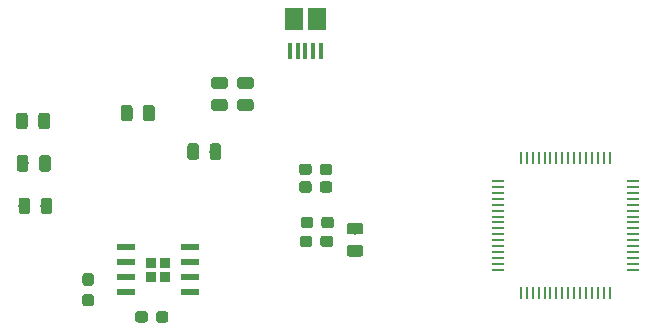
<source format=gbr>
G04 #@! TF.GenerationSoftware,KiCad,Pcbnew,(5.0.2)-1*
G04 #@! TF.CreationDate,2019-07-28T17:57:46-07:00*
G04 #@! TF.ProjectId,ODKB_Board,4f444b42-5f42-46f6-9172-642e6b696361,rev?*
G04 #@! TF.SameCoordinates,Original*
G04 #@! TF.FileFunction,Paste,Top*
G04 #@! TF.FilePolarity,Positive*
%FSLAX46Y46*%
G04 Gerber Fmt 4.6, Leading zero omitted, Abs format (unit mm)*
G04 Created by KiCad (PCBNEW (5.0.2)-1) date 7/28/2019 5:57:46 PM*
%MOMM*%
%LPD*%
G01*
G04 APERTURE LIST*
%ADD10R,0.250000X1.000000*%
%ADD11R,1.000000X0.250000*%
%ADD12C,0.100000*%
%ADD13C,0.975000*%
%ADD14C,0.950000*%
%ADD15R,1.500000X1.900000*%
%ADD16R,0.400000X1.350000*%
%ADD17R,0.950000X0.950000*%
%ADD18R,1.550000X0.600000*%
G04 APERTURE END LIST*
D10*
G04 #@! TO.C,U2*
X319250000Y-254550000D03*
X319750000Y-254550000D03*
X320250000Y-254550000D03*
X320750000Y-254550000D03*
X321250000Y-254550000D03*
X321750000Y-254550000D03*
X322250000Y-254550000D03*
X322750000Y-254550000D03*
X323250000Y-254550000D03*
X323750000Y-254550000D03*
X324250000Y-254550000D03*
X324750000Y-254550000D03*
X325250000Y-254550000D03*
X325750000Y-254550000D03*
X326250000Y-254550000D03*
X326750000Y-254550000D03*
D11*
X328700000Y-256500000D03*
X328700000Y-257000000D03*
X328700000Y-257500000D03*
X328700000Y-258000000D03*
X328700000Y-258500000D03*
X328700000Y-259000000D03*
X328700000Y-259500000D03*
X328700000Y-260000000D03*
X328700000Y-260500000D03*
X328700000Y-261000000D03*
X328700000Y-261500000D03*
X328700000Y-262000000D03*
X328700000Y-262500000D03*
X328700000Y-263000000D03*
X328700000Y-263500000D03*
X328700000Y-264000000D03*
D10*
X326750000Y-265950000D03*
X326250000Y-265950000D03*
X325750000Y-265950000D03*
X325250000Y-265950000D03*
X324750000Y-265950000D03*
X324250000Y-265950000D03*
X323750000Y-265950000D03*
X323250000Y-265950000D03*
X322750000Y-265950000D03*
X322250000Y-265950000D03*
X321750000Y-265950000D03*
X321250000Y-265950000D03*
X320750000Y-265950000D03*
X320250000Y-265950000D03*
X319750000Y-265950000D03*
X319250000Y-265950000D03*
D11*
X317300000Y-264000000D03*
X317300000Y-263500000D03*
X317300000Y-263000000D03*
X317300000Y-262500000D03*
X317300000Y-262000000D03*
X317300000Y-261500000D03*
X317300000Y-261000000D03*
X317300000Y-260500000D03*
X317300000Y-260000000D03*
X317300000Y-259500000D03*
X317300000Y-259000000D03*
X317300000Y-258500000D03*
X317300000Y-258000000D03*
X317300000Y-257500000D03*
X317300000Y-257000000D03*
X317300000Y-256500000D03*
G04 #@! TD*
D12*
G04 #@! TO.C,R2*
G36*
X291767642Y-253301174D02*
X291791303Y-253304684D01*
X291814507Y-253310496D01*
X291837029Y-253318554D01*
X291858653Y-253328782D01*
X291879170Y-253341079D01*
X291898383Y-253355329D01*
X291916107Y-253371393D01*
X291932171Y-253389117D01*
X291946421Y-253408330D01*
X291958718Y-253428847D01*
X291968946Y-253450471D01*
X291977004Y-253472993D01*
X291982816Y-253496197D01*
X291986326Y-253519858D01*
X291987500Y-253543750D01*
X291987500Y-254456250D01*
X291986326Y-254480142D01*
X291982816Y-254503803D01*
X291977004Y-254527007D01*
X291968946Y-254549529D01*
X291958718Y-254571153D01*
X291946421Y-254591670D01*
X291932171Y-254610883D01*
X291916107Y-254628607D01*
X291898383Y-254644671D01*
X291879170Y-254658921D01*
X291858653Y-254671218D01*
X291837029Y-254681446D01*
X291814507Y-254689504D01*
X291791303Y-254695316D01*
X291767642Y-254698826D01*
X291743750Y-254700000D01*
X291256250Y-254700000D01*
X291232358Y-254698826D01*
X291208697Y-254695316D01*
X291185493Y-254689504D01*
X291162971Y-254681446D01*
X291141347Y-254671218D01*
X291120830Y-254658921D01*
X291101617Y-254644671D01*
X291083893Y-254628607D01*
X291067829Y-254610883D01*
X291053579Y-254591670D01*
X291041282Y-254571153D01*
X291031054Y-254549529D01*
X291022996Y-254527007D01*
X291017184Y-254503803D01*
X291013674Y-254480142D01*
X291012500Y-254456250D01*
X291012500Y-253543750D01*
X291013674Y-253519858D01*
X291017184Y-253496197D01*
X291022996Y-253472993D01*
X291031054Y-253450471D01*
X291041282Y-253428847D01*
X291053579Y-253408330D01*
X291067829Y-253389117D01*
X291083893Y-253371393D01*
X291101617Y-253355329D01*
X291120830Y-253341079D01*
X291141347Y-253328782D01*
X291162971Y-253318554D01*
X291185493Y-253310496D01*
X291208697Y-253304684D01*
X291232358Y-253301174D01*
X291256250Y-253300000D01*
X291743750Y-253300000D01*
X291767642Y-253301174D01*
X291767642Y-253301174D01*
G37*
D13*
X291500000Y-254000000D03*
D12*
G36*
X293642642Y-253301174D02*
X293666303Y-253304684D01*
X293689507Y-253310496D01*
X293712029Y-253318554D01*
X293733653Y-253328782D01*
X293754170Y-253341079D01*
X293773383Y-253355329D01*
X293791107Y-253371393D01*
X293807171Y-253389117D01*
X293821421Y-253408330D01*
X293833718Y-253428847D01*
X293843946Y-253450471D01*
X293852004Y-253472993D01*
X293857816Y-253496197D01*
X293861326Y-253519858D01*
X293862500Y-253543750D01*
X293862500Y-254456250D01*
X293861326Y-254480142D01*
X293857816Y-254503803D01*
X293852004Y-254527007D01*
X293843946Y-254549529D01*
X293833718Y-254571153D01*
X293821421Y-254591670D01*
X293807171Y-254610883D01*
X293791107Y-254628607D01*
X293773383Y-254644671D01*
X293754170Y-254658921D01*
X293733653Y-254671218D01*
X293712029Y-254681446D01*
X293689507Y-254689504D01*
X293666303Y-254695316D01*
X293642642Y-254698826D01*
X293618750Y-254700000D01*
X293131250Y-254700000D01*
X293107358Y-254698826D01*
X293083697Y-254695316D01*
X293060493Y-254689504D01*
X293037971Y-254681446D01*
X293016347Y-254671218D01*
X292995830Y-254658921D01*
X292976617Y-254644671D01*
X292958893Y-254628607D01*
X292942829Y-254610883D01*
X292928579Y-254591670D01*
X292916282Y-254571153D01*
X292906054Y-254549529D01*
X292897996Y-254527007D01*
X292892184Y-254503803D01*
X292888674Y-254480142D01*
X292887500Y-254456250D01*
X292887500Y-253543750D01*
X292888674Y-253519858D01*
X292892184Y-253496197D01*
X292897996Y-253472993D01*
X292906054Y-253450471D01*
X292916282Y-253428847D01*
X292928579Y-253408330D01*
X292942829Y-253389117D01*
X292958893Y-253371393D01*
X292976617Y-253355329D01*
X292995830Y-253341079D01*
X293016347Y-253328782D01*
X293037971Y-253318554D01*
X293060493Y-253310496D01*
X293083697Y-253304684D01*
X293107358Y-253301174D01*
X293131250Y-253300000D01*
X293618750Y-253300000D01*
X293642642Y-253301174D01*
X293642642Y-253301174D01*
G37*
D13*
X293375000Y-254000000D03*
G04 #@! TD*
D12*
G04 #@! TO.C,C1*
G36*
X282860779Y-264301144D02*
X282883834Y-264304563D01*
X282906443Y-264310227D01*
X282928387Y-264318079D01*
X282949457Y-264328044D01*
X282969448Y-264340026D01*
X282988168Y-264353910D01*
X283005438Y-264369562D01*
X283021090Y-264386832D01*
X283034974Y-264405552D01*
X283046956Y-264425543D01*
X283056921Y-264446613D01*
X283064773Y-264468557D01*
X283070437Y-264491166D01*
X283073856Y-264514221D01*
X283075000Y-264537500D01*
X283075000Y-265112500D01*
X283073856Y-265135779D01*
X283070437Y-265158834D01*
X283064773Y-265181443D01*
X283056921Y-265203387D01*
X283046956Y-265224457D01*
X283034974Y-265244448D01*
X283021090Y-265263168D01*
X283005438Y-265280438D01*
X282988168Y-265296090D01*
X282969448Y-265309974D01*
X282949457Y-265321956D01*
X282928387Y-265331921D01*
X282906443Y-265339773D01*
X282883834Y-265345437D01*
X282860779Y-265348856D01*
X282837500Y-265350000D01*
X282362500Y-265350000D01*
X282339221Y-265348856D01*
X282316166Y-265345437D01*
X282293557Y-265339773D01*
X282271613Y-265331921D01*
X282250543Y-265321956D01*
X282230552Y-265309974D01*
X282211832Y-265296090D01*
X282194562Y-265280438D01*
X282178910Y-265263168D01*
X282165026Y-265244448D01*
X282153044Y-265224457D01*
X282143079Y-265203387D01*
X282135227Y-265181443D01*
X282129563Y-265158834D01*
X282126144Y-265135779D01*
X282125000Y-265112500D01*
X282125000Y-264537500D01*
X282126144Y-264514221D01*
X282129563Y-264491166D01*
X282135227Y-264468557D01*
X282143079Y-264446613D01*
X282153044Y-264425543D01*
X282165026Y-264405552D01*
X282178910Y-264386832D01*
X282194562Y-264369562D01*
X282211832Y-264353910D01*
X282230552Y-264340026D01*
X282250543Y-264328044D01*
X282271613Y-264318079D01*
X282293557Y-264310227D01*
X282316166Y-264304563D01*
X282339221Y-264301144D01*
X282362500Y-264300000D01*
X282837500Y-264300000D01*
X282860779Y-264301144D01*
X282860779Y-264301144D01*
G37*
D14*
X282600000Y-264825000D03*
D12*
G36*
X282860779Y-266051144D02*
X282883834Y-266054563D01*
X282906443Y-266060227D01*
X282928387Y-266068079D01*
X282949457Y-266078044D01*
X282969448Y-266090026D01*
X282988168Y-266103910D01*
X283005438Y-266119562D01*
X283021090Y-266136832D01*
X283034974Y-266155552D01*
X283046956Y-266175543D01*
X283056921Y-266196613D01*
X283064773Y-266218557D01*
X283070437Y-266241166D01*
X283073856Y-266264221D01*
X283075000Y-266287500D01*
X283075000Y-266862500D01*
X283073856Y-266885779D01*
X283070437Y-266908834D01*
X283064773Y-266931443D01*
X283056921Y-266953387D01*
X283046956Y-266974457D01*
X283034974Y-266994448D01*
X283021090Y-267013168D01*
X283005438Y-267030438D01*
X282988168Y-267046090D01*
X282969448Y-267059974D01*
X282949457Y-267071956D01*
X282928387Y-267081921D01*
X282906443Y-267089773D01*
X282883834Y-267095437D01*
X282860779Y-267098856D01*
X282837500Y-267100000D01*
X282362500Y-267100000D01*
X282339221Y-267098856D01*
X282316166Y-267095437D01*
X282293557Y-267089773D01*
X282271613Y-267081921D01*
X282250543Y-267071956D01*
X282230552Y-267059974D01*
X282211832Y-267046090D01*
X282194562Y-267030438D01*
X282178910Y-267013168D01*
X282165026Y-266994448D01*
X282153044Y-266974457D01*
X282143079Y-266953387D01*
X282135227Y-266931443D01*
X282129563Y-266908834D01*
X282126144Y-266885779D01*
X282125000Y-266862500D01*
X282125000Y-266287500D01*
X282126144Y-266264221D01*
X282129563Y-266241166D01*
X282135227Y-266218557D01*
X282143079Y-266196613D01*
X282153044Y-266175543D01*
X282165026Y-266155552D01*
X282178910Y-266136832D01*
X282194562Y-266119562D01*
X282211832Y-266103910D01*
X282230552Y-266090026D01*
X282250543Y-266078044D01*
X282271613Y-266068079D01*
X282293557Y-266060227D01*
X282316166Y-266054563D01*
X282339221Y-266051144D01*
X282362500Y-266050000D01*
X282837500Y-266050000D01*
X282860779Y-266051144D01*
X282860779Y-266051144D01*
G37*
D14*
X282600000Y-266575000D03*
G04 #@! TD*
D15*
G04 #@! TO.C,J2*
X302000000Y-242762500D03*
D16*
X301000000Y-245462500D03*
X300350000Y-245462500D03*
X299700000Y-245462500D03*
X302300000Y-245462500D03*
X301650000Y-245462500D03*
D15*
X300000000Y-242762500D03*
G04 #@! TD*
D17*
G04 #@! TO.C,U1*
X287912500Y-264587500D03*
X289087500Y-264587500D03*
X289087500Y-263412500D03*
X287912500Y-263412500D03*
D18*
X285800000Y-265905000D03*
X285800000Y-264635000D03*
X285800000Y-263365000D03*
X285800000Y-262095000D03*
X291200000Y-262095000D03*
X291200000Y-263365000D03*
X291200000Y-264635000D03*
X291200000Y-265905000D03*
G04 #@! TD*
D12*
G04 #@! TO.C,C2*
G36*
X301435779Y-259526144D02*
X301458834Y-259529563D01*
X301481443Y-259535227D01*
X301503387Y-259543079D01*
X301524457Y-259553044D01*
X301544448Y-259565026D01*
X301563168Y-259578910D01*
X301580438Y-259594562D01*
X301596090Y-259611832D01*
X301609974Y-259630552D01*
X301621956Y-259650543D01*
X301631921Y-259671613D01*
X301639773Y-259693557D01*
X301645437Y-259716166D01*
X301648856Y-259739221D01*
X301650000Y-259762500D01*
X301650000Y-260237500D01*
X301648856Y-260260779D01*
X301645437Y-260283834D01*
X301639773Y-260306443D01*
X301631921Y-260328387D01*
X301621956Y-260349457D01*
X301609974Y-260369448D01*
X301596090Y-260388168D01*
X301580438Y-260405438D01*
X301563168Y-260421090D01*
X301544448Y-260434974D01*
X301524457Y-260446956D01*
X301503387Y-260456921D01*
X301481443Y-260464773D01*
X301458834Y-260470437D01*
X301435779Y-260473856D01*
X301412500Y-260475000D01*
X300837500Y-260475000D01*
X300814221Y-260473856D01*
X300791166Y-260470437D01*
X300768557Y-260464773D01*
X300746613Y-260456921D01*
X300725543Y-260446956D01*
X300705552Y-260434974D01*
X300686832Y-260421090D01*
X300669562Y-260405438D01*
X300653910Y-260388168D01*
X300640026Y-260369448D01*
X300628044Y-260349457D01*
X300618079Y-260328387D01*
X300610227Y-260306443D01*
X300604563Y-260283834D01*
X300601144Y-260260779D01*
X300600000Y-260237500D01*
X300600000Y-259762500D01*
X300601144Y-259739221D01*
X300604563Y-259716166D01*
X300610227Y-259693557D01*
X300618079Y-259671613D01*
X300628044Y-259650543D01*
X300640026Y-259630552D01*
X300653910Y-259611832D01*
X300669562Y-259594562D01*
X300686832Y-259578910D01*
X300705552Y-259565026D01*
X300725543Y-259553044D01*
X300746613Y-259543079D01*
X300768557Y-259535227D01*
X300791166Y-259529563D01*
X300814221Y-259526144D01*
X300837500Y-259525000D01*
X301412500Y-259525000D01*
X301435779Y-259526144D01*
X301435779Y-259526144D01*
G37*
D14*
X301125000Y-260000000D03*
D12*
G36*
X303185779Y-259526144D02*
X303208834Y-259529563D01*
X303231443Y-259535227D01*
X303253387Y-259543079D01*
X303274457Y-259553044D01*
X303294448Y-259565026D01*
X303313168Y-259578910D01*
X303330438Y-259594562D01*
X303346090Y-259611832D01*
X303359974Y-259630552D01*
X303371956Y-259650543D01*
X303381921Y-259671613D01*
X303389773Y-259693557D01*
X303395437Y-259716166D01*
X303398856Y-259739221D01*
X303400000Y-259762500D01*
X303400000Y-260237500D01*
X303398856Y-260260779D01*
X303395437Y-260283834D01*
X303389773Y-260306443D01*
X303381921Y-260328387D01*
X303371956Y-260349457D01*
X303359974Y-260369448D01*
X303346090Y-260388168D01*
X303330438Y-260405438D01*
X303313168Y-260421090D01*
X303294448Y-260434974D01*
X303274457Y-260446956D01*
X303253387Y-260456921D01*
X303231443Y-260464773D01*
X303208834Y-260470437D01*
X303185779Y-260473856D01*
X303162500Y-260475000D01*
X302587500Y-260475000D01*
X302564221Y-260473856D01*
X302541166Y-260470437D01*
X302518557Y-260464773D01*
X302496613Y-260456921D01*
X302475543Y-260446956D01*
X302455552Y-260434974D01*
X302436832Y-260421090D01*
X302419562Y-260405438D01*
X302403910Y-260388168D01*
X302390026Y-260369448D01*
X302378044Y-260349457D01*
X302368079Y-260328387D01*
X302360227Y-260306443D01*
X302354563Y-260283834D01*
X302351144Y-260260779D01*
X302350000Y-260237500D01*
X302350000Y-259762500D01*
X302351144Y-259739221D01*
X302354563Y-259716166D01*
X302360227Y-259693557D01*
X302368079Y-259671613D01*
X302378044Y-259650543D01*
X302390026Y-259630552D01*
X302403910Y-259611832D01*
X302419562Y-259594562D01*
X302436832Y-259578910D01*
X302455552Y-259565026D01*
X302475543Y-259553044D01*
X302496613Y-259543079D01*
X302518557Y-259535227D01*
X302541166Y-259529563D01*
X302564221Y-259526144D01*
X302587500Y-259525000D01*
X303162500Y-259525000D01*
X303185779Y-259526144D01*
X303185779Y-259526144D01*
G37*
D14*
X302875000Y-260000000D03*
G04 #@! TD*
D12*
G04 #@! TO.C,C3*
G36*
X301360779Y-261126144D02*
X301383834Y-261129563D01*
X301406443Y-261135227D01*
X301428387Y-261143079D01*
X301449457Y-261153044D01*
X301469448Y-261165026D01*
X301488168Y-261178910D01*
X301505438Y-261194562D01*
X301521090Y-261211832D01*
X301534974Y-261230552D01*
X301546956Y-261250543D01*
X301556921Y-261271613D01*
X301564773Y-261293557D01*
X301570437Y-261316166D01*
X301573856Y-261339221D01*
X301575000Y-261362500D01*
X301575000Y-261837500D01*
X301573856Y-261860779D01*
X301570437Y-261883834D01*
X301564773Y-261906443D01*
X301556921Y-261928387D01*
X301546956Y-261949457D01*
X301534974Y-261969448D01*
X301521090Y-261988168D01*
X301505438Y-262005438D01*
X301488168Y-262021090D01*
X301469448Y-262034974D01*
X301449457Y-262046956D01*
X301428387Y-262056921D01*
X301406443Y-262064773D01*
X301383834Y-262070437D01*
X301360779Y-262073856D01*
X301337500Y-262075000D01*
X300762500Y-262075000D01*
X300739221Y-262073856D01*
X300716166Y-262070437D01*
X300693557Y-262064773D01*
X300671613Y-262056921D01*
X300650543Y-262046956D01*
X300630552Y-262034974D01*
X300611832Y-262021090D01*
X300594562Y-262005438D01*
X300578910Y-261988168D01*
X300565026Y-261969448D01*
X300553044Y-261949457D01*
X300543079Y-261928387D01*
X300535227Y-261906443D01*
X300529563Y-261883834D01*
X300526144Y-261860779D01*
X300525000Y-261837500D01*
X300525000Y-261362500D01*
X300526144Y-261339221D01*
X300529563Y-261316166D01*
X300535227Y-261293557D01*
X300543079Y-261271613D01*
X300553044Y-261250543D01*
X300565026Y-261230552D01*
X300578910Y-261211832D01*
X300594562Y-261194562D01*
X300611832Y-261178910D01*
X300630552Y-261165026D01*
X300650543Y-261153044D01*
X300671613Y-261143079D01*
X300693557Y-261135227D01*
X300716166Y-261129563D01*
X300739221Y-261126144D01*
X300762500Y-261125000D01*
X301337500Y-261125000D01*
X301360779Y-261126144D01*
X301360779Y-261126144D01*
G37*
D14*
X301050000Y-261600000D03*
D12*
G36*
X303110779Y-261126144D02*
X303133834Y-261129563D01*
X303156443Y-261135227D01*
X303178387Y-261143079D01*
X303199457Y-261153044D01*
X303219448Y-261165026D01*
X303238168Y-261178910D01*
X303255438Y-261194562D01*
X303271090Y-261211832D01*
X303284974Y-261230552D01*
X303296956Y-261250543D01*
X303306921Y-261271613D01*
X303314773Y-261293557D01*
X303320437Y-261316166D01*
X303323856Y-261339221D01*
X303325000Y-261362500D01*
X303325000Y-261837500D01*
X303323856Y-261860779D01*
X303320437Y-261883834D01*
X303314773Y-261906443D01*
X303306921Y-261928387D01*
X303296956Y-261949457D01*
X303284974Y-261969448D01*
X303271090Y-261988168D01*
X303255438Y-262005438D01*
X303238168Y-262021090D01*
X303219448Y-262034974D01*
X303199457Y-262046956D01*
X303178387Y-262056921D01*
X303156443Y-262064773D01*
X303133834Y-262070437D01*
X303110779Y-262073856D01*
X303087500Y-262075000D01*
X302512500Y-262075000D01*
X302489221Y-262073856D01*
X302466166Y-262070437D01*
X302443557Y-262064773D01*
X302421613Y-262056921D01*
X302400543Y-262046956D01*
X302380552Y-262034974D01*
X302361832Y-262021090D01*
X302344562Y-262005438D01*
X302328910Y-261988168D01*
X302315026Y-261969448D01*
X302303044Y-261949457D01*
X302293079Y-261928387D01*
X302285227Y-261906443D01*
X302279563Y-261883834D01*
X302276144Y-261860779D01*
X302275000Y-261837500D01*
X302275000Y-261362500D01*
X302276144Y-261339221D01*
X302279563Y-261316166D01*
X302285227Y-261293557D01*
X302293079Y-261271613D01*
X302303044Y-261250543D01*
X302315026Y-261230552D01*
X302328910Y-261211832D01*
X302344562Y-261194562D01*
X302361832Y-261178910D01*
X302380552Y-261165026D01*
X302400543Y-261153044D01*
X302421613Y-261143079D01*
X302443557Y-261135227D01*
X302466166Y-261129563D01*
X302489221Y-261126144D01*
X302512500Y-261125000D01*
X303087500Y-261125000D01*
X303110779Y-261126144D01*
X303110779Y-261126144D01*
G37*
D14*
X302800000Y-261600000D03*
G04 #@! TD*
D12*
G04 #@! TO.C,C4*
G36*
X289185779Y-267526144D02*
X289208834Y-267529563D01*
X289231443Y-267535227D01*
X289253387Y-267543079D01*
X289274457Y-267553044D01*
X289294448Y-267565026D01*
X289313168Y-267578910D01*
X289330438Y-267594562D01*
X289346090Y-267611832D01*
X289359974Y-267630552D01*
X289371956Y-267650543D01*
X289381921Y-267671613D01*
X289389773Y-267693557D01*
X289395437Y-267716166D01*
X289398856Y-267739221D01*
X289400000Y-267762500D01*
X289400000Y-268237500D01*
X289398856Y-268260779D01*
X289395437Y-268283834D01*
X289389773Y-268306443D01*
X289381921Y-268328387D01*
X289371956Y-268349457D01*
X289359974Y-268369448D01*
X289346090Y-268388168D01*
X289330438Y-268405438D01*
X289313168Y-268421090D01*
X289294448Y-268434974D01*
X289274457Y-268446956D01*
X289253387Y-268456921D01*
X289231443Y-268464773D01*
X289208834Y-268470437D01*
X289185779Y-268473856D01*
X289162500Y-268475000D01*
X288587500Y-268475000D01*
X288564221Y-268473856D01*
X288541166Y-268470437D01*
X288518557Y-268464773D01*
X288496613Y-268456921D01*
X288475543Y-268446956D01*
X288455552Y-268434974D01*
X288436832Y-268421090D01*
X288419562Y-268405438D01*
X288403910Y-268388168D01*
X288390026Y-268369448D01*
X288378044Y-268349457D01*
X288368079Y-268328387D01*
X288360227Y-268306443D01*
X288354563Y-268283834D01*
X288351144Y-268260779D01*
X288350000Y-268237500D01*
X288350000Y-267762500D01*
X288351144Y-267739221D01*
X288354563Y-267716166D01*
X288360227Y-267693557D01*
X288368079Y-267671613D01*
X288378044Y-267650543D01*
X288390026Y-267630552D01*
X288403910Y-267611832D01*
X288419562Y-267594562D01*
X288436832Y-267578910D01*
X288455552Y-267565026D01*
X288475543Y-267553044D01*
X288496613Y-267543079D01*
X288518557Y-267535227D01*
X288541166Y-267529563D01*
X288564221Y-267526144D01*
X288587500Y-267525000D01*
X289162500Y-267525000D01*
X289185779Y-267526144D01*
X289185779Y-267526144D01*
G37*
D14*
X288875000Y-268000000D03*
D12*
G36*
X287435779Y-267526144D02*
X287458834Y-267529563D01*
X287481443Y-267535227D01*
X287503387Y-267543079D01*
X287524457Y-267553044D01*
X287544448Y-267565026D01*
X287563168Y-267578910D01*
X287580438Y-267594562D01*
X287596090Y-267611832D01*
X287609974Y-267630552D01*
X287621956Y-267650543D01*
X287631921Y-267671613D01*
X287639773Y-267693557D01*
X287645437Y-267716166D01*
X287648856Y-267739221D01*
X287650000Y-267762500D01*
X287650000Y-268237500D01*
X287648856Y-268260779D01*
X287645437Y-268283834D01*
X287639773Y-268306443D01*
X287631921Y-268328387D01*
X287621956Y-268349457D01*
X287609974Y-268369448D01*
X287596090Y-268388168D01*
X287580438Y-268405438D01*
X287563168Y-268421090D01*
X287544448Y-268434974D01*
X287524457Y-268446956D01*
X287503387Y-268456921D01*
X287481443Y-268464773D01*
X287458834Y-268470437D01*
X287435779Y-268473856D01*
X287412500Y-268475000D01*
X286837500Y-268475000D01*
X286814221Y-268473856D01*
X286791166Y-268470437D01*
X286768557Y-268464773D01*
X286746613Y-268456921D01*
X286725543Y-268446956D01*
X286705552Y-268434974D01*
X286686832Y-268421090D01*
X286669562Y-268405438D01*
X286653910Y-268388168D01*
X286640026Y-268369448D01*
X286628044Y-268349457D01*
X286618079Y-268328387D01*
X286610227Y-268306443D01*
X286604563Y-268283834D01*
X286601144Y-268260779D01*
X286600000Y-268237500D01*
X286600000Y-267762500D01*
X286601144Y-267739221D01*
X286604563Y-267716166D01*
X286610227Y-267693557D01*
X286618079Y-267671613D01*
X286628044Y-267650543D01*
X286640026Y-267630552D01*
X286653910Y-267611832D01*
X286669562Y-267594562D01*
X286686832Y-267578910D01*
X286705552Y-267565026D01*
X286725543Y-267553044D01*
X286746613Y-267543079D01*
X286768557Y-267535227D01*
X286791166Y-267529563D01*
X286814221Y-267526144D01*
X286837500Y-267525000D01*
X287412500Y-267525000D01*
X287435779Y-267526144D01*
X287435779Y-267526144D01*
G37*
D14*
X287125000Y-268000000D03*
G04 #@! TD*
D12*
G04 #@! TO.C,C5*
G36*
X301310779Y-255026144D02*
X301333834Y-255029563D01*
X301356443Y-255035227D01*
X301378387Y-255043079D01*
X301399457Y-255053044D01*
X301419448Y-255065026D01*
X301438168Y-255078910D01*
X301455438Y-255094562D01*
X301471090Y-255111832D01*
X301484974Y-255130552D01*
X301496956Y-255150543D01*
X301506921Y-255171613D01*
X301514773Y-255193557D01*
X301520437Y-255216166D01*
X301523856Y-255239221D01*
X301525000Y-255262500D01*
X301525000Y-255737500D01*
X301523856Y-255760779D01*
X301520437Y-255783834D01*
X301514773Y-255806443D01*
X301506921Y-255828387D01*
X301496956Y-255849457D01*
X301484974Y-255869448D01*
X301471090Y-255888168D01*
X301455438Y-255905438D01*
X301438168Y-255921090D01*
X301419448Y-255934974D01*
X301399457Y-255946956D01*
X301378387Y-255956921D01*
X301356443Y-255964773D01*
X301333834Y-255970437D01*
X301310779Y-255973856D01*
X301287500Y-255975000D01*
X300712500Y-255975000D01*
X300689221Y-255973856D01*
X300666166Y-255970437D01*
X300643557Y-255964773D01*
X300621613Y-255956921D01*
X300600543Y-255946956D01*
X300580552Y-255934974D01*
X300561832Y-255921090D01*
X300544562Y-255905438D01*
X300528910Y-255888168D01*
X300515026Y-255869448D01*
X300503044Y-255849457D01*
X300493079Y-255828387D01*
X300485227Y-255806443D01*
X300479563Y-255783834D01*
X300476144Y-255760779D01*
X300475000Y-255737500D01*
X300475000Y-255262500D01*
X300476144Y-255239221D01*
X300479563Y-255216166D01*
X300485227Y-255193557D01*
X300493079Y-255171613D01*
X300503044Y-255150543D01*
X300515026Y-255130552D01*
X300528910Y-255111832D01*
X300544562Y-255094562D01*
X300561832Y-255078910D01*
X300580552Y-255065026D01*
X300600543Y-255053044D01*
X300621613Y-255043079D01*
X300643557Y-255035227D01*
X300666166Y-255029563D01*
X300689221Y-255026144D01*
X300712500Y-255025000D01*
X301287500Y-255025000D01*
X301310779Y-255026144D01*
X301310779Y-255026144D01*
G37*
D14*
X301000000Y-255500000D03*
D12*
G36*
X303060779Y-255026144D02*
X303083834Y-255029563D01*
X303106443Y-255035227D01*
X303128387Y-255043079D01*
X303149457Y-255053044D01*
X303169448Y-255065026D01*
X303188168Y-255078910D01*
X303205438Y-255094562D01*
X303221090Y-255111832D01*
X303234974Y-255130552D01*
X303246956Y-255150543D01*
X303256921Y-255171613D01*
X303264773Y-255193557D01*
X303270437Y-255216166D01*
X303273856Y-255239221D01*
X303275000Y-255262500D01*
X303275000Y-255737500D01*
X303273856Y-255760779D01*
X303270437Y-255783834D01*
X303264773Y-255806443D01*
X303256921Y-255828387D01*
X303246956Y-255849457D01*
X303234974Y-255869448D01*
X303221090Y-255888168D01*
X303205438Y-255905438D01*
X303188168Y-255921090D01*
X303169448Y-255934974D01*
X303149457Y-255946956D01*
X303128387Y-255956921D01*
X303106443Y-255964773D01*
X303083834Y-255970437D01*
X303060779Y-255973856D01*
X303037500Y-255975000D01*
X302462500Y-255975000D01*
X302439221Y-255973856D01*
X302416166Y-255970437D01*
X302393557Y-255964773D01*
X302371613Y-255956921D01*
X302350543Y-255946956D01*
X302330552Y-255934974D01*
X302311832Y-255921090D01*
X302294562Y-255905438D01*
X302278910Y-255888168D01*
X302265026Y-255869448D01*
X302253044Y-255849457D01*
X302243079Y-255828387D01*
X302235227Y-255806443D01*
X302229563Y-255783834D01*
X302226144Y-255760779D01*
X302225000Y-255737500D01*
X302225000Y-255262500D01*
X302226144Y-255239221D01*
X302229563Y-255216166D01*
X302235227Y-255193557D01*
X302243079Y-255171613D01*
X302253044Y-255150543D01*
X302265026Y-255130552D01*
X302278910Y-255111832D01*
X302294562Y-255094562D01*
X302311832Y-255078910D01*
X302330552Y-255065026D01*
X302350543Y-255053044D01*
X302371613Y-255043079D01*
X302393557Y-255035227D01*
X302416166Y-255029563D01*
X302439221Y-255026144D01*
X302462500Y-255025000D01*
X303037500Y-255025000D01*
X303060779Y-255026144D01*
X303060779Y-255026144D01*
G37*
D14*
X302750000Y-255500000D03*
G04 #@! TD*
D12*
G04 #@! TO.C,C6*
G36*
X301310779Y-256526144D02*
X301333834Y-256529563D01*
X301356443Y-256535227D01*
X301378387Y-256543079D01*
X301399457Y-256553044D01*
X301419448Y-256565026D01*
X301438168Y-256578910D01*
X301455438Y-256594562D01*
X301471090Y-256611832D01*
X301484974Y-256630552D01*
X301496956Y-256650543D01*
X301506921Y-256671613D01*
X301514773Y-256693557D01*
X301520437Y-256716166D01*
X301523856Y-256739221D01*
X301525000Y-256762500D01*
X301525000Y-257237500D01*
X301523856Y-257260779D01*
X301520437Y-257283834D01*
X301514773Y-257306443D01*
X301506921Y-257328387D01*
X301496956Y-257349457D01*
X301484974Y-257369448D01*
X301471090Y-257388168D01*
X301455438Y-257405438D01*
X301438168Y-257421090D01*
X301419448Y-257434974D01*
X301399457Y-257446956D01*
X301378387Y-257456921D01*
X301356443Y-257464773D01*
X301333834Y-257470437D01*
X301310779Y-257473856D01*
X301287500Y-257475000D01*
X300712500Y-257475000D01*
X300689221Y-257473856D01*
X300666166Y-257470437D01*
X300643557Y-257464773D01*
X300621613Y-257456921D01*
X300600543Y-257446956D01*
X300580552Y-257434974D01*
X300561832Y-257421090D01*
X300544562Y-257405438D01*
X300528910Y-257388168D01*
X300515026Y-257369448D01*
X300503044Y-257349457D01*
X300493079Y-257328387D01*
X300485227Y-257306443D01*
X300479563Y-257283834D01*
X300476144Y-257260779D01*
X300475000Y-257237500D01*
X300475000Y-256762500D01*
X300476144Y-256739221D01*
X300479563Y-256716166D01*
X300485227Y-256693557D01*
X300493079Y-256671613D01*
X300503044Y-256650543D01*
X300515026Y-256630552D01*
X300528910Y-256611832D01*
X300544562Y-256594562D01*
X300561832Y-256578910D01*
X300580552Y-256565026D01*
X300600543Y-256553044D01*
X300621613Y-256543079D01*
X300643557Y-256535227D01*
X300666166Y-256529563D01*
X300689221Y-256526144D01*
X300712500Y-256525000D01*
X301287500Y-256525000D01*
X301310779Y-256526144D01*
X301310779Y-256526144D01*
G37*
D14*
X301000000Y-257000000D03*
D12*
G36*
X303060779Y-256526144D02*
X303083834Y-256529563D01*
X303106443Y-256535227D01*
X303128387Y-256543079D01*
X303149457Y-256553044D01*
X303169448Y-256565026D01*
X303188168Y-256578910D01*
X303205438Y-256594562D01*
X303221090Y-256611832D01*
X303234974Y-256630552D01*
X303246956Y-256650543D01*
X303256921Y-256671613D01*
X303264773Y-256693557D01*
X303270437Y-256716166D01*
X303273856Y-256739221D01*
X303275000Y-256762500D01*
X303275000Y-257237500D01*
X303273856Y-257260779D01*
X303270437Y-257283834D01*
X303264773Y-257306443D01*
X303256921Y-257328387D01*
X303246956Y-257349457D01*
X303234974Y-257369448D01*
X303221090Y-257388168D01*
X303205438Y-257405438D01*
X303188168Y-257421090D01*
X303169448Y-257434974D01*
X303149457Y-257446956D01*
X303128387Y-257456921D01*
X303106443Y-257464773D01*
X303083834Y-257470437D01*
X303060779Y-257473856D01*
X303037500Y-257475000D01*
X302462500Y-257475000D01*
X302439221Y-257473856D01*
X302416166Y-257470437D01*
X302393557Y-257464773D01*
X302371613Y-257456921D01*
X302350543Y-257446956D01*
X302330552Y-257434974D01*
X302311832Y-257421090D01*
X302294562Y-257405438D01*
X302278910Y-257388168D01*
X302265026Y-257369448D01*
X302253044Y-257349457D01*
X302243079Y-257328387D01*
X302235227Y-257306443D01*
X302229563Y-257283834D01*
X302226144Y-257260779D01*
X302225000Y-257237500D01*
X302225000Y-256762500D01*
X302226144Y-256739221D01*
X302229563Y-256716166D01*
X302235227Y-256693557D01*
X302243079Y-256671613D01*
X302253044Y-256650543D01*
X302265026Y-256630552D01*
X302278910Y-256611832D01*
X302294562Y-256594562D01*
X302311832Y-256578910D01*
X302330552Y-256565026D01*
X302350543Y-256553044D01*
X302371613Y-256543079D01*
X302393557Y-256535227D01*
X302416166Y-256529563D01*
X302439221Y-256526144D01*
X302462500Y-256525000D01*
X303037500Y-256525000D01*
X303060779Y-256526144D01*
X303060779Y-256526144D01*
G37*
D14*
X302750000Y-257000000D03*
G04 #@! TD*
D12*
G04 #@! TO.C,R1*
G36*
X305680142Y-261913674D02*
X305703803Y-261917184D01*
X305727007Y-261922996D01*
X305749529Y-261931054D01*
X305771153Y-261941282D01*
X305791670Y-261953579D01*
X305810883Y-261967829D01*
X305828607Y-261983893D01*
X305844671Y-262001617D01*
X305858921Y-262020830D01*
X305871218Y-262041347D01*
X305881446Y-262062971D01*
X305889504Y-262085493D01*
X305895316Y-262108697D01*
X305898826Y-262132358D01*
X305900000Y-262156250D01*
X305900000Y-262643750D01*
X305898826Y-262667642D01*
X305895316Y-262691303D01*
X305889504Y-262714507D01*
X305881446Y-262737029D01*
X305871218Y-262758653D01*
X305858921Y-262779170D01*
X305844671Y-262798383D01*
X305828607Y-262816107D01*
X305810883Y-262832171D01*
X305791670Y-262846421D01*
X305771153Y-262858718D01*
X305749529Y-262868946D01*
X305727007Y-262877004D01*
X305703803Y-262882816D01*
X305680142Y-262886326D01*
X305656250Y-262887500D01*
X304743750Y-262887500D01*
X304719858Y-262886326D01*
X304696197Y-262882816D01*
X304672993Y-262877004D01*
X304650471Y-262868946D01*
X304628847Y-262858718D01*
X304608330Y-262846421D01*
X304589117Y-262832171D01*
X304571393Y-262816107D01*
X304555329Y-262798383D01*
X304541079Y-262779170D01*
X304528782Y-262758653D01*
X304518554Y-262737029D01*
X304510496Y-262714507D01*
X304504684Y-262691303D01*
X304501174Y-262667642D01*
X304500000Y-262643750D01*
X304500000Y-262156250D01*
X304501174Y-262132358D01*
X304504684Y-262108697D01*
X304510496Y-262085493D01*
X304518554Y-262062971D01*
X304528782Y-262041347D01*
X304541079Y-262020830D01*
X304555329Y-262001617D01*
X304571393Y-261983893D01*
X304589117Y-261967829D01*
X304608330Y-261953579D01*
X304628847Y-261941282D01*
X304650471Y-261931054D01*
X304672993Y-261922996D01*
X304696197Y-261917184D01*
X304719858Y-261913674D01*
X304743750Y-261912500D01*
X305656250Y-261912500D01*
X305680142Y-261913674D01*
X305680142Y-261913674D01*
G37*
D13*
X305200000Y-262400000D03*
D12*
G36*
X305680142Y-260038674D02*
X305703803Y-260042184D01*
X305727007Y-260047996D01*
X305749529Y-260056054D01*
X305771153Y-260066282D01*
X305791670Y-260078579D01*
X305810883Y-260092829D01*
X305828607Y-260108893D01*
X305844671Y-260126617D01*
X305858921Y-260145830D01*
X305871218Y-260166347D01*
X305881446Y-260187971D01*
X305889504Y-260210493D01*
X305895316Y-260233697D01*
X305898826Y-260257358D01*
X305900000Y-260281250D01*
X305900000Y-260768750D01*
X305898826Y-260792642D01*
X305895316Y-260816303D01*
X305889504Y-260839507D01*
X305881446Y-260862029D01*
X305871218Y-260883653D01*
X305858921Y-260904170D01*
X305844671Y-260923383D01*
X305828607Y-260941107D01*
X305810883Y-260957171D01*
X305791670Y-260971421D01*
X305771153Y-260983718D01*
X305749529Y-260993946D01*
X305727007Y-261002004D01*
X305703803Y-261007816D01*
X305680142Y-261011326D01*
X305656250Y-261012500D01*
X304743750Y-261012500D01*
X304719858Y-261011326D01*
X304696197Y-261007816D01*
X304672993Y-261002004D01*
X304650471Y-260993946D01*
X304628847Y-260983718D01*
X304608330Y-260971421D01*
X304589117Y-260957171D01*
X304571393Y-260941107D01*
X304555329Y-260923383D01*
X304541079Y-260904170D01*
X304528782Y-260883653D01*
X304518554Y-260862029D01*
X304510496Y-260839507D01*
X304504684Y-260816303D01*
X304501174Y-260792642D01*
X304500000Y-260768750D01*
X304500000Y-260281250D01*
X304501174Y-260257358D01*
X304504684Y-260233697D01*
X304510496Y-260210493D01*
X304518554Y-260187971D01*
X304528782Y-260166347D01*
X304541079Y-260145830D01*
X304555329Y-260126617D01*
X304571393Y-260108893D01*
X304589117Y-260092829D01*
X304608330Y-260078579D01*
X304628847Y-260066282D01*
X304650471Y-260056054D01*
X304672993Y-260047996D01*
X304696197Y-260042184D01*
X304719858Y-260038674D01*
X304743750Y-260037500D01*
X305656250Y-260037500D01*
X305680142Y-260038674D01*
X305680142Y-260038674D01*
G37*
D13*
X305200000Y-260525000D03*
G04 #@! TD*
D12*
G04 #@! TO.C,R3*
G36*
X286142642Y-250051174D02*
X286166303Y-250054684D01*
X286189507Y-250060496D01*
X286212029Y-250068554D01*
X286233653Y-250078782D01*
X286254170Y-250091079D01*
X286273383Y-250105329D01*
X286291107Y-250121393D01*
X286307171Y-250139117D01*
X286321421Y-250158330D01*
X286333718Y-250178847D01*
X286343946Y-250200471D01*
X286352004Y-250222993D01*
X286357816Y-250246197D01*
X286361326Y-250269858D01*
X286362500Y-250293750D01*
X286362500Y-251206250D01*
X286361326Y-251230142D01*
X286357816Y-251253803D01*
X286352004Y-251277007D01*
X286343946Y-251299529D01*
X286333718Y-251321153D01*
X286321421Y-251341670D01*
X286307171Y-251360883D01*
X286291107Y-251378607D01*
X286273383Y-251394671D01*
X286254170Y-251408921D01*
X286233653Y-251421218D01*
X286212029Y-251431446D01*
X286189507Y-251439504D01*
X286166303Y-251445316D01*
X286142642Y-251448826D01*
X286118750Y-251450000D01*
X285631250Y-251450000D01*
X285607358Y-251448826D01*
X285583697Y-251445316D01*
X285560493Y-251439504D01*
X285537971Y-251431446D01*
X285516347Y-251421218D01*
X285495830Y-251408921D01*
X285476617Y-251394671D01*
X285458893Y-251378607D01*
X285442829Y-251360883D01*
X285428579Y-251341670D01*
X285416282Y-251321153D01*
X285406054Y-251299529D01*
X285397996Y-251277007D01*
X285392184Y-251253803D01*
X285388674Y-251230142D01*
X285387500Y-251206250D01*
X285387500Y-250293750D01*
X285388674Y-250269858D01*
X285392184Y-250246197D01*
X285397996Y-250222993D01*
X285406054Y-250200471D01*
X285416282Y-250178847D01*
X285428579Y-250158330D01*
X285442829Y-250139117D01*
X285458893Y-250121393D01*
X285476617Y-250105329D01*
X285495830Y-250091079D01*
X285516347Y-250078782D01*
X285537971Y-250068554D01*
X285560493Y-250060496D01*
X285583697Y-250054684D01*
X285607358Y-250051174D01*
X285631250Y-250050000D01*
X286118750Y-250050000D01*
X286142642Y-250051174D01*
X286142642Y-250051174D01*
G37*
D13*
X285875000Y-250750000D03*
D12*
G36*
X288017642Y-250051174D02*
X288041303Y-250054684D01*
X288064507Y-250060496D01*
X288087029Y-250068554D01*
X288108653Y-250078782D01*
X288129170Y-250091079D01*
X288148383Y-250105329D01*
X288166107Y-250121393D01*
X288182171Y-250139117D01*
X288196421Y-250158330D01*
X288208718Y-250178847D01*
X288218946Y-250200471D01*
X288227004Y-250222993D01*
X288232816Y-250246197D01*
X288236326Y-250269858D01*
X288237500Y-250293750D01*
X288237500Y-251206250D01*
X288236326Y-251230142D01*
X288232816Y-251253803D01*
X288227004Y-251277007D01*
X288218946Y-251299529D01*
X288208718Y-251321153D01*
X288196421Y-251341670D01*
X288182171Y-251360883D01*
X288166107Y-251378607D01*
X288148383Y-251394671D01*
X288129170Y-251408921D01*
X288108653Y-251421218D01*
X288087029Y-251431446D01*
X288064507Y-251439504D01*
X288041303Y-251445316D01*
X288017642Y-251448826D01*
X287993750Y-251450000D01*
X287506250Y-251450000D01*
X287482358Y-251448826D01*
X287458697Y-251445316D01*
X287435493Y-251439504D01*
X287412971Y-251431446D01*
X287391347Y-251421218D01*
X287370830Y-251408921D01*
X287351617Y-251394671D01*
X287333893Y-251378607D01*
X287317829Y-251360883D01*
X287303579Y-251341670D01*
X287291282Y-251321153D01*
X287281054Y-251299529D01*
X287272996Y-251277007D01*
X287267184Y-251253803D01*
X287263674Y-251230142D01*
X287262500Y-251206250D01*
X287262500Y-250293750D01*
X287263674Y-250269858D01*
X287267184Y-250246197D01*
X287272996Y-250222993D01*
X287281054Y-250200471D01*
X287291282Y-250178847D01*
X287303579Y-250158330D01*
X287317829Y-250139117D01*
X287333893Y-250121393D01*
X287351617Y-250105329D01*
X287370830Y-250091079D01*
X287391347Y-250078782D01*
X287412971Y-250068554D01*
X287435493Y-250060496D01*
X287458697Y-250054684D01*
X287482358Y-250051174D01*
X287506250Y-250050000D01*
X287993750Y-250050000D01*
X288017642Y-250051174D01*
X288017642Y-250051174D01*
G37*
D13*
X287750000Y-250750000D03*
G04 #@! TD*
D12*
G04 #@! TO.C,R10*
G36*
X294194144Y-249570464D02*
X294217805Y-249573974D01*
X294241009Y-249579786D01*
X294263531Y-249587844D01*
X294285155Y-249598072D01*
X294305672Y-249610369D01*
X294324885Y-249624619D01*
X294342609Y-249640683D01*
X294358673Y-249658407D01*
X294372923Y-249677620D01*
X294385220Y-249698137D01*
X294395448Y-249719761D01*
X294403506Y-249742283D01*
X294409318Y-249765487D01*
X294412828Y-249789148D01*
X294414002Y-249813040D01*
X294414002Y-250300540D01*
X294412828Y-250324432D01*
X294409318Y-250348093D01*
X294403506Y-250371297D01*
X294395448Y-250393819D01*
X294385220Y-250415443D01*
X294372923Y-250435960D01*
X294358673Y-250455173D01*
X294342609Y-250472897D01*
X294324885Y-250488961D01*
X294305672Y-250503211D01*
X294285155Y-250515508D01*
X294263531Y-250525736D01*
X294241009Y-250533794D01*
X294217805Y-250539606D01*
X294194144Y-250543116D01*
X294170252Y-250544290D01*
X293257752Y-250544290D01*
X293233860Y-250543116D01*
X293210199Y-250539606D01*
X293186995Y-250533794D01*
X293164473Y-250525736D01*
X293142849Y-250515508D01*
X293122332Y-250503211D01*
X293103119Y-250488961D01*
X293085395Y-250472897D01*
X293069331Y-250455173D01*
X293055081Y-250435960D01*
X293042784Y-250415443D01*
X293032556Y-250393819D01*
X293024498Y-250371297D01*
X293018686Y-250348093D01*
X293015176Y-250324432D01*
X293014002Y-250300540D01*
X293014002Y-249813040D01*
X293015176Y-249789148D01*
X293018686Y-249765487D01*
X293024498Y-249742283D01*
X293032556Y-249719761D01*
X293042784Y-249698137D01*
X293055081Y-249677620D01*
X293069331Y-249658407D01*
X293085395Y-249640683D01*
X293103119Y-249624619D01*
X293122332Y-249610369D01*
X293142849Y-249598072D01*
X293164473Y-249587844D01*
X293186995Y-249579786D01*
X293210199Y-249573974D01*
X293233860Y-249570464D01*
X293257752Y-249569290D01*
X294170252Y-249569290D01*
X294194144Y-249570464D01*
X294194144Y-249570464D01*
G37*
D13*
X293714002Y-250056790D03*
D12*
G36*
X294194144Y-247695464D02*
X294217805Y-247698974D01*
X294241009Y-247704786D01*
X294263531Y-247712844D01*
X294285155Y-247723072D01*
X294305672Y-247735369D01*
X294324885Y-247749619D01*
X294342609Y-247765683D01*
X294358673Y-247783407D01*
X294372923Y-247802620D01*
X294385220Y-247823137D01*
X294395448Y-247844761D01*
X294403506Y-247867283D01*
X294409318Y-247890487D01*
X294412828Y-247914148D01*
X294414002Y-247938040D01*
X294414002Y-248425540D01*
X294412828Y-248449432D01*
X294409318Y-248473093D01*
X294403506Y-248496297D01*
X294395448Y-248518819D01*
X294385220Y-248540443D01*
X294372923Y-248560960D01*
X294358673Y-248580173D01*
X294342609Y-248597897D01*
X294324885Y-248613961D01*
X294305672Y-248628211D01*
X294285155Y-248640508D01*
X294263531Y-248650736D01*
X294241009Y-248658794D01*
X294217805Y-248664606D01*
X294194144Y-248668116D01*
X294170252Y-248669290D01*
X293257752Y-248669290D01*
X293233860Y-248668116D01*
X293210199Y-248664606D01*
X293186995Y-248658794D01*
X293164473Y-248650736D01*
X293142849Y-248640508D01*
X293122332Y-248628211D01*
X293103119Y-248613961D01*
X293085395Y-248597897D01*
X293069331Y-248580173D01*
X293055081Y-248560960D01*
X293042784Y-248540443D01*
X293032556Y-248518819D01*
X293024498Y-248496297D01*
X293018686Y-248473093D01*
X293015176Y-248449432D01*
X293014002Y-248425540D01*
X293014002Y-247938040D01*
X293015176Y-247914148D01*
X293018686Y-247890487D01*
X293024498Y-247867283D01*
X293032556Y-247844761D01*
X293042784Y-247823137D01*
X293055081Y-247802620D01*
X293069331Y-247783407D01*
X293085395Y-247765683D01*
X293103119Y-247749619D01*
X293122332Y-247735369D01*
X293142849Y-247723072D01*
X293164473Y-247712844D01*
X293186995Y-247704786D01*
X293210199Y-247698974D01*
X293233860Y-247695464D01*
X293257752Y-247694290D01*
X294170252Y-247694290D01*
X294194144Y-247695464D01*
X294194144Y-247695464D01*
G37*
D13*
X293714002Y-248181790D03*
G04 #@! TD*
D12*
G04 #@! TO.C,R11*
G36*
X296394144Y-247695464D02*
X296417805Y-247698974D01*
X296441009Y-247704786D01*
X296463531Y-247712844D01*
X296485155Y-247723072D01*
X296505672Y-247735369D01*
X296524885Y-247749619D01*
X296542609Y-247765683D01*
X296558673Y-247783407D01*
X296572923Y-247802620D01*
X296585220Y-247823137D01*
X296595448Y-247844761D01*
X296603506Y-247867283D01*
X296609318Y-247890487D01*
X296612828Y-247914148D01*
X296614002Y-247938040D01*
X296614002Y-248425540D01*
X296612828Y-248449432D01*
X296609318Y-248473093D01*
X296603506Y-248496297D01*
X296595448Y-248518819D01*
X296585220Y-248540443D01*
X296572923Y-248560960D01*
X296558673Y-248580173D01*
X296542609Y-248597897D01*
X296524885Y-248613961D01*
X296505672Y-248628211D01*
X296485155Y-248640508D01*
X296463531Y-248650736D01*
X296441009Y-248658794D01*
X296417805Y-248664606D01*
X296394144Y-248668116D01*
X296370252Y-248669290D01*
X295457752Y-248669290D01*
X295433860Y-248668116D01*
X295410199Y-248664606D01*
X295386995Y-248658794D01*
X295364473Y-248650736D01*
X295342849Y-248640508D01*
X295322332Y-248628211D01*
X295303119Y-248613961D01*
X295285395Y-248597897D01*
X295269331Y-248580173D01*
X295255081Y-248560960D01*
X295242784Y-248540443D01*
X295232556Y-248518819D01*
X295224498Y-248496297D01*
X295218686Y-248473093D01*
X295215176Y-248449432D01*
X295214002Y-248425540D01*
X295214002Y-247938040D01*
X295215176Y-247914148D01*
X295218686Y-247890487D01*
X295224498Y-247867283D01*
X295232556Y-247844761D01*
X295242784Y-247823137D01*
X295255081Y-247802620D01*
X295269331Y-247783407D01*
X295285395Y-247765683D01*
X295303119Y-247749619D01*
X295322332Y-247735369D01*
X295342849Y-247723072D01*
X295364473Y-247712844D01*
X295386995Y-247704786D01*
X295410199Y-247698974D01*
X295433860Y-247695464D01*
X295457752Y-247694290D01*
X296370252Y-247694290D01*
X296394144Y-247695464D01*
X296394144Y-247695464D01*
G37*
D13*
X295914002Y-248181790D03*
D12*
G36*
X296394144Y-249570464D02*
X296417805Y-249573974D01*
X296441009Y-249579786D01*
X296463531Y-249587844D01*
X296485155Y-249598072D01*
X296505672Y-249610369D01*
X296524885Y-249624619D01*
X296542609Y-249640683D01*
X296558673Y-249658407D01*
X296572923Y-249677620D01*
X296585220Y-249698137D01*
X296595448Y-249719761D01*
X296603506Y-249742283D01*
X296609318Y-249765487D01*
X296612828Y-249789148D01*
X296614002Y-249813040D01*
X296614002Y-250300540D01*
X296612828Y-250324432D01*
X296609318Y-250348093D01*
X296603506Y-250371297D01*
X296595448Y-250393819D01*
X296585220Y-250415443D01*
X296572923Y-250435960D01*
X296558673Y-250455173D01*
X296542609Y-250472897D01*
X296524885Y-250488961D01*
X296505672Y-250503211D01*
X296485155Y-250515508D01*
X296463531Y-250525736D01*
X296441009Y-250533794D01*
X296417805Y-250539606D01*
X296394144Y-250543116D01*
X296370252Y-250544290D01*
X295457752Y-250544290D01*
X295433860Y-250543116D01*
X295410199Y-250539606D01*
X295386995Y-250533794D01*
X295364473Y-250525736D01*
X295342849Y-250515508D01*
X295322332Y-250503211D01*
X295303119Y-250488961D01*
X295285395Y-250472897D01*
X295269331Y-250455173D01*
X295255081Y-250435960D01*
X295242784Y-250415443D01*
X295232556Y-250393819D01*
X295224498Y-250371297D01*
X295218686Y-250348093D01*
X295215176Y-250324432D01*
X295214002Y-250300540D01*
X295214002Y-249813040D01*
X295215176Y-249789148D01*
X295218686Y-249765487D01*
X295224498Y-249742283D01*
X295232556Y-249719761D01*
X295242784Y-249698137D01*
X295255081Y-249677620D01*
X295269331Y-249658407D01*
X295285395Y-249640683D01*
X295303119Y-249624619D01*
X295322332Y-249610369D01*
X295342849Y-249598072D01*
X295364473Y-249587844D01*
X295386995Y-249579786D01*
X295410199Y-249573974D01*
X295433860Y-249570464D01*
X295457752Y-249569290D01*
X296370252Y-249569290D01*
X296394144Y-249570464D01*
X296394144Y-249570464D01*
G37*
D13*
X295914002Y-250056790D03*
G04 #@! TD*
D12*
G04 #@! TO.C,R4*
G36*
X279142642Y-250701174D02*
X279166303Y-250704684D01*
X279189507Y-250710496D01*
X279212029Y-250718554D01*
X279233653Y-250728782D01*
X279254170Y-250741079D01*
X279273383Y-250755329D01*
X279291107Y-250771393D01*
X279307171Y-250789117D01*
X279321421Y-250808330D01*
X279333718Y-250828847D01*
X279343946Y-250850471D01*
X279352004Y-250872993D01*
X279357816Y-250896197D01*
X279361326Y-250919858D01*
X279362500Y-250943750D01*
X279362500Y-251856250D01*
X279361326Y-251880142D01*
X279357816Y-251903803D01*
X279352004Y-251927007D01*
X279343946Y-251949529D01*
X279333718Y-251971153D01*
X279321421Y-251991670D01*
X279307171Y-252010883D01*
X279291107Y-252028607D01*
X279273383Y-252044671D01*
X279254170Y-252058921D01*
X279233653Y-252071218D01*
X279212029Y-252081446D01*
X279189507Y-252089504D01*
X279166303Y-252095316D01*
X279142642Y-252098826D01*
X279118750Y-252100000D01*
X278631250Y-252100000D01*
X278607358Y-252098826D01*
X278583697Y-252095316D01*
X278560493Y-252089504D01*
X278537971Y-252081446D01*
X278516347Y-252071218D01*
X278495830Y-252058921D01*
X278476617Y-252044671D01*
X278458893Y-252028607D01*
X278442829Y-252010883D01*
X278428579Y-251991670D01*
X278416282Y-251971153D01*
X278406054Y-251949529D01*
X278397996Y-251927007D01*
X278392184Y-251903803D01*
X278388674Y-251880142D01*
X278387500Y-251856250D01*
X278387500Y-250943750D01*
X278388674Y-250919858D01*
X278392184Y-250896197D01*
X278397996Y-250872993D01*
X278406054Y-250850471D01*
X278416282Y-250828847D01*
X278428579Y-250808330D01*
X278442829Y-250789117D01*
X278458893Y-250771393D01*
X278476617Y-250755329D01*
X278495830Y-250741079D01*
X278516347Y-250728782D01*
X278537971Y-250718554D01*
X278560493Y-250710496D01*
X278583697Y-250704684D01*
X278607358Y-250701174D01*
X278631250Y-250700000D01*
X279118750Y-250700000D01*
X279142642Y-250701174D01*
X279142642Y-250701174D01*
G37*
D13*
X278875000Y-251400000D03*
D12*
G36*
X277267642Y-250701174D02*
X277291303Y-250704684D01*
X277314507Y-250710496D01*
X277337029Y-250718554D01*
X277358653Y-250728782D01*
X277379170Y-250741079D01*
X277398383Y-250755329D01*
X277416107Y-250771393D01*
X277432171Y-250789117D01*
X277446421Y-250808330D01*
X277458718Y-250828847D01*
X277468946Y-250850471D01*
X277477004Y-250872993D01*
X277482816Y-250896197D01*
X277486326Y-250919858D01*
X277487500Y-250943750D01*
X277487500Y-251856250D01*
X277486326Y-251880142D01*
X277482816Y-251903803D01*
X277477004Y-251927007D01*
X277468946Y-251949529D01*
X277458718Y-251971153D01*
X277446421Y-251991670D01*
X277432171Y-252010883D01*
X277416107Y-252028607D01*
X277398383Y-252044671D01*
X277379170Y-252058921D01*
X277358653Y-252071218D01*
X277337029Y-252081446D01*
X277314507Y-252089504D01*
X277291303Y-252095316D01*
X277267642Y-252098826D01*
X277243750Y-252100000D01*
X276756250Y-252100000D01*
X276732358Y-252098826D01*
X276708697Y-252095316D01*
X276685493Y-252089504D01*
X276662971Y-252081446D01*
X276641347Y-252071218D01*
X276620830Y-252058921D01*
X276601617Y-252044671D01*
X276583893Y-252028607D01*
X276567829Y-252010883D01*
X276553579Y-251991670D01*
X276541282Y-251971153D01*
X276531054Y-251949529D01*
X276522996Y-251927007D01*
X276517184Y-251903803D01*
X276513674Y-251880142D01*
X276512500Y-251856250D01*
X276512500Y-250943750D01*
X276513674Y-250919858D01*
X276517184Y-250896197D01*
X276522996Y-250872993D01*
X276531054Y-250850471D01*
X276541282Y-250828847D01*
X276553579Y-250808330D01*
X276567829Y-250789117D01*
X276583893Y-250771393D01*
X276601617Y-250755329D01*
X276620830Y-250741079D01*
X276641347Y-250728782D01*
X276662971Y-250718554D01*
X276685493Y-250710496D01*
X276708697Y-250704684D01*
X276732358Y-250701174D01*
X276756250Y-250700000D01*
X277243750Y-250700000D01*
X277267642Y-250701174D01*
X277267642Y-250701174D01*
G37*
D13*
X277000000Y-251400000D03*
G04 #@! TD*
D12*
G04 #@! TO.C,R5*
G36*
X279205142Y-254301174D02*
X279228803Y-254304684D01*
X279252007Y-254310496D01*
X279274529Y-254318554D01*
X279296153Y-254328782D01*
X279316670Y-254341079D01*
X279335883Y-254355329D01*
X279353607Y-254371393D01*
X279369671Y-254389117D01*
X279383921Y-254408330D01*
X279396218Y-254428847D01*
X279406446Y-254450471D01*
X279414504Y-254472993D01*
X279420316Y-254496197D01*
X279423826Y-254519858D01*
X279425000Y-254543750D01*
X279425000Y-255456250D01*
X279423826Y-255480142D01*
X279420316Y-255503803D01*
X279414504Y-255527007D01*
X279406446Y-255549529D01*
X279396218Y-255571153D01*
X279383921Y-255591670D01*
X279369671Y-255610883D01*
X279353607Y-255628607D01*
X279335883Y-255644671D01*
X279316670Y-255658921D01*
X279296153Y-255671218D01*
X279274529Y-255681446D01*
X279252007Y-255689504D01*
X279228803Y-255695316D01*
X279205142Y-255698826D01*
X279181250Y-255700000D01*
X278693750Y-255700000D01*
X278669858Y-255698826D01*
X278646197Y-255695316D01*
X278622993Y-255689504D01*
X278600471Y-255681446D01*
X278578847Y-255671218D01*
X278558330Y-255658921D01*
X278539117Y-255644671D01*
X278521393Y-255628607D01*
X278505329Y-255610883D01*
X278491079Y-255591670D01*
X278478782Y-255571153D01*
X278468554Y-255549529D01*
X278460496Y-255527007D01*
X278454684Y-255503803D01*
X278451174Y-255480142D01*
X278450000Y-255456250D01*
X278450000Y-254543750D01*
X278451174Y-254519858D01*
X278454684Y-254496197D01*
X278460496Y-254472993D01*
X278468554Y-254450471D01*
X278478782Y-254428847D01*
X278491079Y-254408330D01*
X278505329Y-254389117D01*
X278521393Y-254371393D01*
X278539117Y-254355329D01*
X278558330Y-254341079D01*
X278578847Y-254328782D01*
X278600471Y-254318554D01*
X278622993Y-254310496D01*
X278646197Y-254304684D01*
X278669858Y-254301174D01*
X278693750Y-254300000D01*
X279181250Y-254300000D01*
X279205142Y-254301174D01*
X279205142Y-254301174D01*
G37*
D13*
X278937500Y-255000000D03*
D12*
G36*
X277330142Y-254301174D02*
X277353803Y-254304684D01*
X277377007Y-254310496D01*
X277399529Y-254318554D01*
X277421153Y-254328782D01*
X277441670Y-254341079D01*
X277460883Y-254355329D01*
X277478607Y-254371393D01*
X277494671Y-254389117D01*
X277508921Y-254408330D01*
X277521218Y-254428847D01*
X277531446Y-254450471D01*
X277539504Y-254472993D01*
X277545316Y-254496197D01*
X277548826Y-254519858D01*
X277550000Y-254543750D01*
X277550000Y-255456250D01*
X277548826Y-255480142D01*
X277545316Y-255503803D01*
X277539504Y-255527007D01*
X277531446Y-255549529D01*
X277521218Y-255571153D01*
X277508921Y-255591670D01*
X277494671Y-255610883D01*
X277478607Y-255628607D01*
X277460883Y-255644671D01*
X277441670Y-255658921D01*
X277421153Y-255671218D01*
X277399529Y-255681446D01*
X277377007Y-255689504D01*
X277353803Y-255695316D01*
X277330142Y-255698826D01*
X277306250Y-255700000D01*
X276818750Y-255700000D01*
X276794858Y-255698826D01*
X276771197Y-255695316D01*
X276747993Y-255689504D01*
X276725471Y-255681446D01*
X276703847Y-255671218D01*
X276683330Y-255658921D01*
X276664117Y-255644671D01*
X276646393Y-255628607D01*
X276630329Y-255610883D01*
X276616079Y-255591670D01*
X276603782Y-255571153D01*
X276593554Y-255549529D01*
X276585496Y-255527007D01*
X276579684Y-255503803D01*
X276576174Y-255480142D01*
X276575000Y-255456250D01*
X276575000Y-254543750D01*
X276576174Y-254519858D01*
X276579684Y-254496197D01*
X276585496Y-254472993D01*
X276593554Y-254450471D01*
X276603782Y-254428847D01*
X276616079Y-254408330D01*
X276630329Y-254389117D01*
X276646393Y-254371393D01*
X276664117Y-254355329D01*
X276683330Y-254341079D01*
X276703847Y-254328782D01*
X276725471Y-254318554D01*
X276747993Y-254310496D01*
X276771197Y-254304684D01*
X276794858Y-254301174D01*
X276818750Y-254300000D01*
X277306250Y-254300000D01*
X277330142Y-254301174D01*
X277330142Y-254301174D01*
G37*
D13*
X277062500Y-255000000D03*
G04 #@! TD*
D12*
G04 #@! TO.C,R6*
G36*
X279342642Y-257901174D02*
X279366303Y-257904684D01*
X279389507Y-257910496D01*
X279412029Y-257918554D01*
X279433653Y-257928782D01*
X279454170Y-257941079D01*
X279473383Y-257955329D01*
X279491107Y-257971393D01*
X279507171Y-257989117D01*
X279521421Y-258008330D01*
X279533718Y-258028847D01*
X279543946Y-258050471D01*
X279552004Y-258072993D01*
X279557816Y-258096197D01*
X279561326Y-258119858D01*
X279562500Y-258143750D01*
X279562500Y-259056250D01*
X279561326Y-259080142D01*
X279557816Y-259103803D01*
X279552004Y-259127007D01*
X279543946Y-259149529D01*
X279533718Y-259171153D01*
X279521421Y-259191670D01*
X279507171Y-259210883D01*
X279491107Y-259228607D01*
X279473383Y-259244671D01*
X279454170Y-259258921D01*
X279433653Y-259271218D01*
X279412029Y-259281446D01*
X279389507Y-259289504D01*
X279366303Y-259295316D01*
X279342642Y-259298826D01*
X279318750Y-259300000D01*
X278831250Y-259300000D01*
X278807358Y-259298826D01*
X278783697Y-259295316D01*
X278760493Y-259289504D01*
X278737971Y-259281446D01*
X278716347Y-259271218D01*
X278695830Y-259258921D01*
X278676617Y-259244671D01*
X278658893Y-259228607D01*
X278642829Y-259210883D01*
X278628579Y-259191670D01*
X278616282Y-259171153D01*
X278606054Y-259149529D01*
X278597996Y-259127007D01*
X278592184Y-259103803D01*
X278588674Y-259080142D01*
X278587500Y-259056250D01*
X278587500Y-258143750D01*
X278588674Y-258119858D01*
X278592184Y-258096197D01*
X278597996Y-258072993D01*
X278606054Y-258050471D01*
X278616282Y-258028847D01*
X278628579Y-258008330D01*
X278642829Y-257989117D01*
X278658893Y-257971393D01*
X278676617Y-257955329D01*
X278695830Y-257941079D01*
X278716347Y-257928782D01*
X278737971Y-257918554D01*
X278760493Y-257910496D01*
X278783697Y-257904684D01*
X278807358Y-257901174D01*
X278831250Y-257900000D01*
X279318750Y-257900000D01*
X279342642Y-257901174D01*
X279342642Y-257901174D01*
G37*
D13*
X279075000Y-258600000D03*
D12*
G36*
X277467642Y-257901174D02*
X277491303Y-257904684D01*
X277514507Y-257910496D01*
X277537029Y-257918554D01*
X277558653Y-257928782D01*
X277579170Y-257941079D01*
X277598383Y-257955329D01*
X277616107Y-257971393D01*
X277632171Y-257989117D01*
X277646421Y-258008330D01*
X277658718Y-258028847D01*
X277668946Y-258050471D01*
X277677004Y-258072993D01*
X277682816Y-258096197D01*
X277686326Y-258119858D01*
X277687500Y-258143750D01*
X277687500Y-259056250D01*
X277686326Y-259080142D01*
X277682816Y-259103803D01*
X277677004Y-259127007D01*
X277668946Y-259149529D01*
X277658718Y-259171153D01*
X277646421Y-259191670D01*
X277632171Y-259210883D01*
X277616107Y-259228607D01*
X277598383Y-259244671D01*
X277579170Y-259258921D01*
X277558653Y-259271218D01*
X277537029Y-259281446D01*
X277514507Y-259289504D01*
X277491303Y-259295316D01*
X277467642Y-259298826D01*
X277443750Y-259300000D01*
X276956250Y-259300000D01*
X276932358Y-259298826D01*
X276908697Y-259295316D01*
X276885493Y-259289504D01*
X276862971Y-259281446D01*
X276841347Y-259271218D01*
X276820830Y-259258921D01*
X276801617Y-259244671D01*
X276783893Y-259228607D01*
X276767829Y-259210883D01*
X276753579Y-259191670D01*
X276741282Y-259171153D01*
X276731054Y-259149529D01*
X276722996Y-259127007D01*
X276717184Y-259103803D01*
X276713674Y-259080142D01*
X276712500Y-259056250D01*
X276712500Y-258143750D01*
X276713674Y-258119858D01*
X276717184Y-258096197D01*
X276722996Y-258072993D01*
X276731054Y-258050471D01*
X276741282Y-258028847D01*
X276753579Y-258008330D01*
X276767829Y-257989117D01*
X276783893Y-257971393D01*
X276801617Y-257955329D01*
X276820830Y-257941079D01*
X276841347Y-257928782D01*
X276862971Y-257918554D01*
X276885493Y-257910496D01*
X276908697Y-257904684D01*
X276932358Y-257901174D01*
X276956250Y-257900000D01*
X277443750Y-257900000D01*
X277467642Y-257901174D01*
X277467642Y-257901174D01*
G37*
D13*
X277200000Y-258600000D03*
G04 #@! TD*
M02*

</source>
